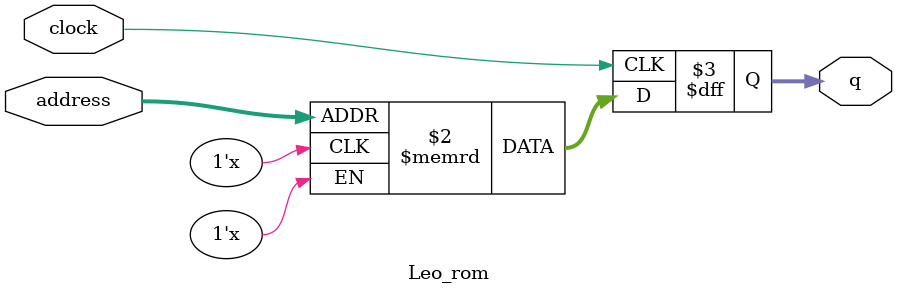
<source format=sv>
module Leo_rom (
	input logic clock,
	input logic [7:0] address,
	output logic [3:0] q
);

logic [3:0] memory [0:255] /* synthesis ram_init_file = "./Leo/Leo.mif" */;

always_ff @ (posedge clock) begin
	q <= memory[address];
end

endmodule

</source>
